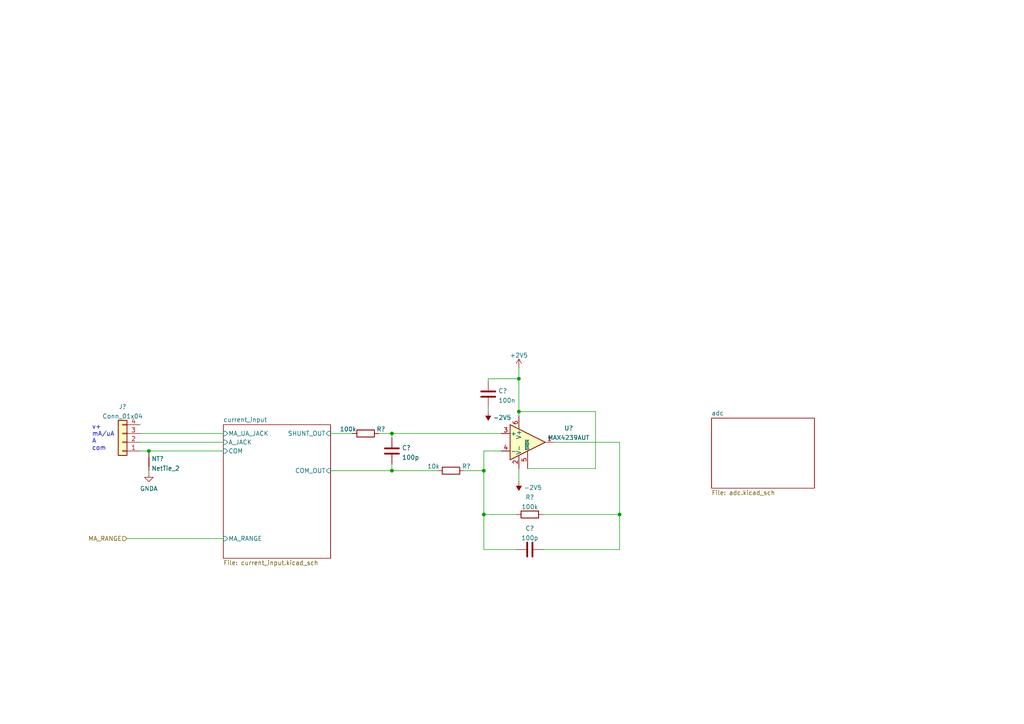
<source format=kicad_sch>
(kicad_sch (version 20211123) (generator eeschema)

  (uuid b578aa3a-e2e1-413e-8c0e-b2e9497ebeb9)

  (paper "A4")

  (lib_symbols
    (symbol "Amplifier_Operational:MAX4239AUT" (pin_names (offset 0.127)) (in_bom yes) (on_board yes)
      (property "Reference" "U" (id 0) (at 0 6.35 0)
        (effects (font (size 1.27 1.27)) (justify left))
      )
      (property "Value" "MAX4239AUT" (id 1) (at 0 3.81 0)
        (effects (font (size 1.27 1.27)) (justify left))
      )
      (property "Footprint" "Package_TO_SOT_SMD:SOT-23-6" (id 2) (at 0 0 0)
        (effects (font (size 1.27 1.27)) hide)
      )
      (property "Datasheet" "http://datasheets.maximintegrated.com/en/ds/MAX4238-MAX4239.pdf" (id 3) (at 3.81 3.81 0)
        (effects (font (size 1.27 1.27)) hide)
      )
      (property "ki_keywords" "single opamp" (id 4) (at 0 0 0)
        (effects (font (size 1.27 1.27)) hide)
      )
      (property "ki_description" "Ultra-Low Offset/Drift, Low-Noise, Precision Amplifiers, SOT-23-6" (id 5) (at 0 0 0)
        (effects (font (size 1.27 1.27)) hide)
      )
      (property "ki_fp_filters" "SOT?23*" (id 6) (at 0 0 0)
        (effects (font (size 1.27 1.27)) hide)
      )
      (symbol "MAX4239AUT_0_1"
        (polyline
          (pts
            (xy -5.08 5.08)
            (xy 5.08 0)
            (xy -5.08 -5.08)
            (xy -5.08 5.08)
          )
          (stroke (width 0.254) (type default) (color 0 0 0 0))
          (fill (type background))
        )
      )
      (symbol "MAX4239AUT_1_1"
        (pin output line (at 7.62 0 180) (length 2.54)
          (name "~" (effects (font (size 1.27 1.27))))
          (number "1" (effects (font (size 1.27 1.27))))
        )
        (pin power_in line (at -2.54 -7.62 90) (length 3.81)
          (name "V-" (effects (font (size 1.27 1.27))))
          (number "2" (effects (font (size 1.27 1.27))))
        )
        (pin input line (at -7.62 2.54 0) (length 2.54)
          (name "+" (effects (font (size 1.27 1.27))))
          (number "3" (effects (font (size 1.27 1.27))))
        )
        (pin input line (at -7.62 -2.54 0) (length 2.54)
          (name "-" (effects (font (size 1.27 1.27))))
          (number "4" (effects (font (size 1.27 1.27))))
        )
        (pin input line (at 0 -7.62 90) (length 5.08)
          (name "~{SHDN}" (effects (font (size 0.762 0.762))))
          (number "5" (effects (font (size 1.27 1.27))))
        )
        (pin power_in line (at -2.54 7.62 270) (length 3.81)
          (name "V+" (effects (font (size 1.27 1.27))))
          (number "6" (effects (font (size 1.27 1.27))))
        )
      )
    )
    (symbol "Connector_Generic:Conn_01x04" (pin_names (offset 1.016) hide) (in_bom yes) (on_board yes)
      (property "Reference" "J" (id 0) (at 0 5.08 0)
        (effects (font (size 1.27 1.27)))
      )
      (property "Value" "Conn_01x04" (id 1) (at 0 -7.62 0)
        (effects (font (size 1.27 1.27)))
      )
      (property "Footprint" "" (id 2) (at 0 0 0)
        (effects (font (size 1.27 1.27)) hide)
      )
      (property "Datasheet" "~" (id 3) (at 0 0 0)
        (effects (font (size 1.27 1.27)) hide)
      )
      (property "ki_keywords" "connector" (id 4) (at 0 0 0)
        (effects (font (size 1.27 1.27)) hide)
      )
      (property "ki_description" "Generic connector, single row, 01x04, script generated (kicad-library-utils/schlib/autogen/connector/)" (id 5) (at 0 0 0)
        (effects (font (size 1.27 1.27)) hide)
      )
      (property "ki_fp_filters" "Connector*:*_1x??_*" (id 6) (at 0 0 0)
        (effects (font (size 1.27 1.27)) hide)
      )
      (symbol "Conn_01x04_1_1"
        (rectangle (start -1.27 -4.953) (end 0 -5.207)
          (stroke (width 0.1524) (type default) (color 0 0 0 0))
          (fill (type none))
        )
        (rectangle (start -1.27 -2.413) (end 0 -2.667)
          (stroke (width 0.1524) (type default) (color 0 0 0 0))
          (fill (type none))
        )
        (rectangle (start -1.27 0.127) (end 0 -0.127)
          (stroke (width 0.1524) (type default) (color 0 0 0 0))
          (fill (type none))
        )
        (rectangle (start -1.27 2.667) (end 0 2.413)
          (stroke (width 0.1524) (type default) (color 0 0 0 0))
          (fill (type none))
        )
        (rectangle (start -1.27 3.81) (end 1.27 -6.35)
          (stroke (width 0.254) (type default) (color 0 0 0 0))
          (fill (type background))
        )
        (pin passive line (at -5.08 2.54 0) (length 3.81)
          (name "Pin_1" (effects (font (size 1.27 1.27))))
          (number "1" (effects (font (size 1.27 1.27))))
        )
        (pin passive line (at -5.08 0 0) (length 3.81)
          (name "Pin_2" (effects (font (size 1.27 1.27))))
          (number "2" (effects (font (size 1.27 1.27))))
        )
        (pin passive line (at -5.08 -2.54 0) (length 3.81)
          (name "Pin_3" (effects (font (size 1.27 1.27))))
          (number "3" (effects (font (size 1.27 1.27))))
        )
        (pin passive line (at -5.08 -5.08 0) (length 3.81)
          (name "Pin_4" (effects (font (size 1.27 1.27))))
          (number "4" (effects (font (size 1.27 1.27))))
        )
      )
    )
    (symbol "Device:C" (pin_numbers hide) (pin_names (offset 0.254)) (in_bom yes) (on_board yes)
      (property "Reference" "C" (id 0) (at 0.635 2.54 0)
        (effects (font (size 1.27 1.27)) (justify left))
      )
      (property "Value" "C" (id 1) (at 0.635 -2.54 0)
        (effects (font (size 1.27 1.27)) (justify left))
      )
      (property "Footprint" "" (id 2) (at 0.9652 -3.81 0)
        (effects (font (size 1.27 1.27)) hide)
      )
      (property "Datasheet" "~" (id 3) (at 0 0 0)
        (effects (font (size 1.27 1.27)) hide)
      )
      (property "ki_keywords" "cap capacitor" (id 4) (at 0 0 0)
        (effects (font (size 1.27 1.27)) hide)
      )
      (property "ki_description" "Unpolarized capacitor" (id 5) (at 0 0 0)
        (effects (font (size 1.27 1.27)) hide)
      )
      (property "ki_fp_filters" "C_*" (id 6) (at 0 0 0)
        (effects (font (size 1.27 1.27)) hide)
      )
      (symbol "C_0_1"
        (polyline
          (pts
            (xy -2.032 -0.762)
            (xy 2.032 -0.762)
          )
          (stroke (width 0.508) (type default) (color 0 0 0 0))
          (fill (type none))
        )
        (polyline
          (pts
            (xy -2.032 0.762)
            (xy 2.032 0.762)
          )
          (stroke (width 0.508) (type default) (color 0 0 0 0))
          (fill (type none))
        )
      )
      (symbol "C_1_1"
        (pin passive line (at 0 3.81 270) (length 2.794)
          (name "~" (effects (font (size 1.27 1.27))))
          (number "1" (effects (font (size 1.27 1.27))))
        )
        (pin passive line (at 0 -3.81 90) (length 2.794)
          (name "~" (effects (font (size 1.27 1.27))))
          (number "2" (effects (font (size 1.27 1.27))))
        )
      )
    )
    (symbol "Device:NetTie_2" (pin_numbers hide) (pin_names (offset 0) hide) (in_bom yes) (on_board yes)
      (property "Reference" "NT" (id 0) (at 0 1.27 0)
        (effects (font (size 1.27 1.27)))
      )
      (property "Value" "NetTie_2" (id 1) (at 0 -1.27 0)
        (effects (font (size 1.27 1.27)))
      )
      (property "Footprint" "" (id 2) (at 0 0 0)
        (effects (font (size 1.27 1.27)) hide)
      )
      (property "Datasheet" "~" (id 3) (at 0 0 0)
        (effects (font (size 1.27 1.27)) hide)
      )
      (property "ki_keywords" "net tie short" (id 4) (at 0 0 0)
        (effects (font (size 1.27 1.27)) hide)
      )
      (property "ki_description" "Net tie, 2 pins" (id 5) (at 0 0 0)
        (effects (font (size 1.27 1.27)) hide)
      )
      (property "ki_fp_filters" "Net*Tie*" (id 6) (at 0 0 0)
        (effects (font (size 1.27 1.27)) hide)
      )
      (symbol "NetTie_2_0_1"
        (polyline
          (pts
            (xy -1.27 0)
            (xy 1.27 0)
          )
          (stroke (width 0.254) (type default) (color 0 0 0 0))
          (fill (type none))
        )
      )
      (symbol "NetTie_2_1_1"
        (pin passive line (at -2.54 0 0) (length 2.54)
          (name "1" (effects (font (size 1.27 1.27))))
          (number "1" (effects (font (size 1.27 1.27))))
        )
        (pin passive line (at 2.54 0 180) (length 2.54)
          (name "2" (effects (font (size 1.27 1.27))))
          (number "2" (effects (font (size 1.27 1.27))))
        )
      )
    )
    (symbol "Device:R" (pin_numbers hide) (pin_names (offset 0)) (in_bom yes) (on_board yes)
      (property "Reference" "R" (id 0) (at 2.032 0 90)
        (effects (font (size 1.27 1.27)))
      )
      (property "Value" "R" (id 1) (at 0 0 90)
        (effects (font (size 1.27 1.27)))
      )
      (property "Footprint" "" (id 2) (at -1.778 0 90)
        (effects (font (size 1.27 1.27)) hide)
      )
      (property "Datasheet" "~" (id 3) (at 0 0 0)
        (effects (font (size 1.27 1.27)) hide)
      )
      (property "ki_keywords" "R res resistor" (id 4) (at 0 0 0)
        (effects (font (size 1.27 1.27)) hide)
      )
      (property "ki_description" "Resistor" (id 5) (at 0 0 0)
        (effects (font (size 1.27 1.27)) hide)
      )
      (property "ki_fp_filters" "R_*" (id 6) (at 0 0 0)
        (effects (font (size 1.27 1.27)) hide)
      )
      (symbol "R_0_1"
        (rectangle (start -1.016 -2.54) (end 1.016 2.54)
          (stroke (width 0.254) (type default) (color 0 0 0 0))
          (fill (type none))
        )
      )
      (symbol "R_1_1"
        (pin passive line (at 0 3.81 270) (length 1.27)
          (name "~" (effects (font (size 1.27 1.27))))
          (number "1" (effects (font (size 1.27 1.27))))
        )
        (pin passive line (at 0 -3.81 90) (length 1.27)
          (name "~" (effects (font (size 1.27 1.27))))
          (number "2" (effects (font (size 1.27 1.27))))
        )
      )
    )
    (symbol "power:+2V5" (power) (pin_names (offset 0)) (in_bom yes) (on_board yes)
      (property "Reference" "#PWR" (id 0) (at 0 -3.81 0)
        (effects (font (size 1.27 1.27)) hide)
      )
      (property "Value" "+2V5" (id 1) (at 0 3.556 0)
        (effects (font (size 1.27 1.27)))
      )
      (property "Footprint" "" (id 2) (at 0 0 0)
        (effects (font (size 1.27 1.27)) hide)
      )
      (property "Datasheet" "" (id 3) (at 0 0 0)
        (effects (font (size 1.27 1.27)) hide)
      )
      (property "ki_keywords" "power-flag" (id 4) (at 0 0 0)
        (effects (font (size 1.27 1.27)) hide)
      )
      (property "ki_description" "Power symbol creates a global label with name \"+2V5\"" (id 5) (at 0 0 0)
        (effects (font (size 1.27 1.27)) hide)
      )
      (symbol "+2V5_0_1"
        (polyline
          (pts
            (xy -0.762 1.27)
            (xy 0 2.54)
          )
          (stroke (width 0) (type default) (color 0 0 0 0))
          (fill (type none))
        )
        (polyline
          (pts
            (xy 0 0)
            (xy 0 2.54)
          )
          (stroke (width 0) (type default) (color 0 0 0 0))
          (fill (type none))
        )
        (polyline
          (pts
            (xy 0 2.54)
            (xy 0.762 1.27)
          )
          (stroke (width 0) (type default) (color 0 0 0 0))
          (fill (type none))
        )
      )
      (symbol "+2V5_1_1"
        (pin power_in line (at 0 0 90) (length 0) hide
          (name "+2V5" (effects (font (size 1.27 1.27))))
          (number "1" (effects (font (size 1.27 1.27))))
        )
      )
    )
    (symbol "power:-2V5" (power) (pin_names (offset 0)) (in_bom yes) (on_board yes)
      (property "Reference" "#PWR" (id 0) (at 0 2.54 0)
        (effects (font (size 1.27 1.27)) hide)
      )
      (property "Value" "-2V5" (id 1) (at 0 3.81 0)
        (effects (font (size 1.27 1.27)))
      )
      (property "Footprint" "" (id 2) (at 0 0 0)
        (effects (font (size 1.27 1.27)) hide)
      )
      (property "Datasheet" "" (id 3) (at 0 0 0)
        (effects (font (size 1.27 1.27)) hide)
      )
      (property "ki_keywords" "power-flag" (id 4) (at 0 0 0)
        (effects (font (size 1.27 1.27)) hide)
      )
      (property "ki_description" "Power symbol creates a global label with name \"-2V5\"" (id 5) (at 0 0 0)
        (effects (font (size 1.27 1.27)) hide)
      )
      (symbol "-2V5_0_0"
        (pin power_in line (at 0 0 90) (length 0) hide
          (name "-2V5" (effects (font (size 1.27 1.27))))
          (number "1" (effects (font (size 1.27 1.27))))
        )
      )
      (symbol "-2V5_0_1"
        (polyline
          (pts
            (xy 0 0)
            (xy 0 1.27)
            (xy 0.762 1.27)
            (xy 0 2.54)
            (xy -0.762 1.27)
            (xy 0 1.27)
          )
          (stroke (width 0) (type default) (color 0 0 0 0))
          (fill (type outline))
        )
      )
    )
    (symbol "power:GNDA" (power) (pin_names (offset 0)) (in_bom yes) (on_board yes)
      (property "Reference" "#PWR" (id 0) (at 0 -6.35 0)
        (effects (font (size 1.27 1.27)) hide)
      )
      (property "Value" "GNDA" (id 1) (at 0 -3.81 0)
        (effects (font (size 1.27 1.27)))
      )
      (property "Footprint" "" (id 2) (at 0 0 0)
        (effects (font (size 1.27 1.27)) hide)
      )
      (property "Datasheet" "" (id 3) (at 0 0 0)
        (effects (font (size 1.27 1.27)) hide)
      )
      (property "ki_keywords" "power-flag" (id 4) (at 0 0 0)
        (effects (font (size 1.27 1.27)) hide)
      )
      (property "ki_description" "Power symbol creates a global label with name \"GNDA\" , analog ground" (id 5) (at 0 0 0)
        (effects (font (size 1.27 1.27)) hide)
      )
      (symbol "GNDA_0_1"
        (polyline
          (pts
            (xy 0 0)
            (xy 0 -1.27)
            (xy 1.27 -1.27)
            (xy 0 -2.54)
            (xy -1.27 -1.27)
            (xy 0 -1.27)
          )
          (stroke (width 0) (type default) (color 0 0 0 0))
          (fill (type none))
        )
      )
      (symbol "GNDA_1_1"
        (pin power_in line (at 0 0 270) (length 0) hide
          (name "GNDA" (effects (font (size 1.27 1.27))))
          (number "1" (effects (font (size 1.27 1.27))))
        )
      )
    )
  )

  (junction (at 43.18 130.81) (diameter 0) (color 0 0 0 0)
    (uuid 447e0838-725c-42ed-aaf0-412cbc9af87c)
  )
  (junction (at 113.665 136.525) (diameter 0) (color 0 0 0 0)
    (uuid 47ae6a41-c9b8-4667-b5c8-5ac44bac57b2)
  )
  (junction (at 179.705 149.225) (diameter 0) (color 0 0 0 0)
    (uuid 65a1f0c3-9748-4ca0-a2eb-1fa126a3b1ae)
  )
  (junction (at 113.665 125.73) (diameter 0) (color 0 0 0 0)
    (uuid 9f304780-b097-4ecf-9e89-7874f129d455)
  )
  (junction (at 150.495 119.38) (diameter 0) (color 0 0 0 0)
    (uuid cf277469-4bf5-40f6-84bb-1d06b9f9108c)
  )
  (junction (at 140.335 149.225) (diameter 0) (color 0 0 0 0)
    (uuid fa80c391-0333-44a7-9442-78f2983b58f9)
  )
  (junction (at 140.335 136.525) (diameter 0) (color 0 0 0 0)
    (uuid fd8553a3-c09a-4321-abfa-75548beb1db4)
  )
  (junction (at 150.495 109.855) (diameter 0) (color 0 0 0 0)
    (uuid fd92d47c-61b5-4836-abd7-cdb77866ff92)
  )

  (wire (pts (xy 153.035 135.89) (xy 172.72 135.89))
    (stroke (width 0) (type default) (color 0 0 0 0))
    (uuid 023aae08-ae57-4ece-8664-cad29156f9fd)
  )
  (wire (pts (xy 179.705 149.225) (xy 157.48 149.225))
    (stroke (width 0) (type default) (color 0 0 0 0))
    (uuid 02f18971-f76f-44ea-a8f9-6ba1977e6b12)
  )
  (wire (pts (xy 149.86 149.225) (xy 140.335 149.225))
    (stroke (width 0) (type default) (color 0 0 0 0))
    (uuid 0460eeea-bdcc-4171-be90-3fc5a4245b50)
  )
  (wire (pts (xy 150.495 109.855) (xy 150.495 119.38))
    (stroke (width 0) (type default) (color 0 0 0 0))
    (uuid 047292a7-66ff-49db-9b25-a919f3825b0e)
  )
  (wire (pts (xy 149.86 159.385) (xy 140.335 159.385))
    (stroke (width 0) (type default) (color 0 0 0 0))
    (uuid 0591597c-0730-4634-8f17-d5634b24885a)
  )
  (wire (pts (xy 43.18 136.525) (xy 43.18 137.16))
    (stroke (width 0) (type default) (color 0 0 0 0))
    (uuid 1451c942-b828-4421-83c9-1d00ee1fac04)
  )
  (wire (pts (xy 102.235 125.73) (xy 95.885 125.73))
    (stroke (width 0) (type default) (color 0 0 0 0))
    (uuid 450d132d-a774-4fae-a247-cc33b01d7b9b)
  )
  (wire (pts (xy 43.18 131.445) (xy 43.18 130.81))
    (stroke (width 0) (type default) (color 0 0 0 0))
    (uuid 45c27a87-4da1-402a-9432-e9cd51cdc02d)
  )
  (wire (pts (xy 113.665 125.73) (xy 113.665 127))
    (stroke (width 0) (type default) (color 0 0 0 0))
    (uuid 4fd025ae-bd28-4215-88a7-6854fbdb9bd8)
  )
  (wire (pts (xy 172.72 119.38) (xy 150.495 119.38))
    (stroke (width 0) (type default) (color 0 0 0 0))
    (uuid 50ae507f-6c0d-42ef-a78d-27bf3c9322dd)
  )
  (wire (pts (xy 140.335 130.81) (xy 140.335 136.525))
    (stroke (width 0) (type default) (color 0 0 0 0))
    (uuid 548174fc-a835-4b94-8208-f93f6536c2af)
  )
  (wire (pts (xy 179.705 149.225) (xy 179.705 159.385))
    (stroke (width 0) (type default) (color 0 0 0 0))
    (uuid 5a27a948-93a5-4148-954a-b0935eac24f7)
  )
  (wire (pts (xy 150.495 135.89) (xy 150.495 139.7))
    (stroke (width 0) (type default) (color 0 0 0 0))
    (uuid 629949bd-00fa-439d-a2c2-2d3830d66639)
  )
  (wire (pts (xy 140.335 149.225) (xy 140.335 159.385))
    (stroke (width 0) (type default) (color 0 0 0 0))
    (uuid 66f1d32a-e4fc-447e-b533-a70dade98ef8)
  )
  (wire (pts (xy 40.64 130.81) (xy 43.18 130.81))
    (stroke (width 0) (type default) (color 0 0 0 0))
    (uuid 67638fc0-9aa1-40af-b738-617ebdbcfd9c)
  )
  (wire (pts (xy 43.18 130.81) (xy 64.77 130.81))
    (stroke (width 0) (type default) (color 0 0 0 0))
    (uuid 6b52a914-a542-4b2b-8e0d-db2ad515218f)
  )
  (wire (pts (xy 36.83 156.21) (xy 64.77 156.21))
    (stroke (width 0) (type default) (color 0 0 0 0))
    (uuid 7096507a-8e9b-4ee6-ad83-c9ccbee8714a)
  )
  (wire (pts (xy 141.605 109.855) (xy 150.495 109.855))
    (stroke (width 0) (type default) (color 0 0 0 0))
    (uuid 83893173-793b-43ed-85ea-5d9667e21f48)
  )
  (wire (pts (xy 140.335 130.81) (xy 145.415 130.81))
    (stroke (width 0) (type default) (color 0 0 0 0))
    (uuid 86730f03-5605-4167-907e-40bcfacda436)
  )
  (wire (pts (xy 113.665 134.62) (xy 113.665 136.525))
    (stroke (width 0) (type default) (color 0 0 0 0))
    (uuid 88164e17-33b1-4598-8678-47ebd498d624)
  )
  (wire (pts (xy 141.605 110.49) (xy 141.605 109.855))
    (stroke (width 0) (type default) (color 0 0 0 0))
    (uuid 90222828-6a2a-4544-9ef8-d3825f6a805f)
  )
  (wire (pts (xy 40.64 128.27) (xy 64.77 128.27))
    (stroke (width 0) (type default) (color 0 0 0 0))
    (uuid bd94f186-070f-4d03-b670-986d3ccd5e77)
  )
  (wire (pts (xy 150.495 119.38) (xy 150.495 120.65))
    (stroke (width 0) (type default) (color 0 0 0 0))
    (uuid c00674b6-f006-4fbf-9ccc-817afc5784ab)
  )
  (wire (pts (xy 141.605 119.38) (xy 141.605 118.11))
    (stroke (width 0) (type default) (color 0 0 0 0))
    (uuid c87ebf6c-f20d-4767-abdc-c1f92d53f2e4)
  )
  (wire (pts (xy 140.335 136.525) (xy 140.335 149.225))
    (stroke (width 0) (type default) (color 0 0 0 0))
    (uuid ca84306e-664c-4062-9d38-6e51d4a314f9)
  )
  (wire (pts (xy 157.48 159.385) (xy 179.705 159.385))
    (stroke (width 0) (type default) (color 0 0 0 0))
    (uuid cc360723-f442-42af-83ad-db644b157d4e)
  )
  (wire (pts (xy 179.705 128.27) (xy 179.705 149.225))
    (stroke (width 0) (type default) (color 0 0 0 0))
    (uuid cd7dcb92-7961-4543-af24-a538e46739f7)
  )
  (wire (pts (xy 160.655 128.27) (xy 179.705 128.27))
    (stroke (width 0) (type default) (color 0 0 0 0))
    (uuid d1f174fe-a19e-485a-9ff6-832f3ca08f22)
  )
  (wire (pts (xy 113.665 136.525) (xy 127 136.525))
    (stroke (width 0) (type default) (color 0 0 0 0))
    (uuid da8c604d-8a2c-4326-bdd9-ee6a9ec0197f)
  )
  (wire (pts (xy 150.495 106.68) (xy 150.495 109.855))
    (stroke (width 0) (type default) (color 0 0 0 0))
    (uuid de259ffa-59cd-469e-b575-5591576e5458)
  )
  (wire (pts (xy 109.855 125.73) (xy 113.665 125.73))
    (stroke (width 0) (type default) (color 0 0 0 0))
    (uuid df071a43-d2aa-4c87-aea6-b1d5dbfed0a4)
  )
  (wire (pts (xy 113.665 125.73) (xy 145.415 125.73))
    (stroke (width 0) (type default) (color 0 0 0 0))
    (uuid e7a1ea15-0bf4-4d18-a7ad-97a54f3423d1)
  )
  (wire (pts (xy 134.62 136.525) (xy 140.335 136.525))
    (stroke (width 0) (type default) (color 0 0 0 0))
    (uuid e8860d00-3cd9-47e8-97b1-a4578e00d2a4)
  )
  (wire (pts (xy 40.64 125.73) (xy 64.77 125.73))
    (stroke (width 0) (type default) (color 0 0 0 0))
    (uuid ea899be6-d63e-4bb1-93f7-e918c9bf3612)
  )
  (wire (pts (xy 95.885 136.525) (xy 113.665 136.525))
    (stroke (width 0) (type default) (color 0 0 0 0))
    (uuid f860c63e-3bb0-47fa-8121-1f820e0930d7)
  )
  (wire (pts (xy 172.72 135.89) (xy 172.72 119.38))
    (stroke (width 0) (type default) (color 0 0 0 0))
    (uuid fcb8510e-56ce-4b78-9710-92b93e4f3df6)
  )

  (text "v+\nmA/uA\nA\ncom" (at 26.67 130.81 0)
    (effects (font (size 1.27 1.27)) (justify left bottom))
    (uuid 9821d2fc-5053-4e47-a08f-7859dc569fed)
  )

  (hierarchical_label "MA_RANGE" (shape input) (at 36.83 156.21 180)
    (effects (font (size 1.27 1.27)) (justify right))
    (uuid fa44adcb-5cd6-4178-9d3b-b3827c0212e9)
  )

  (symbol (lib_id "Device:C") (at 113.665 130.81 180) (unit 1)
    (in_bom yes) (on_board yes) (fields_autoplaced)
    (uuid 032375d6-cbc1-42d6-8929-5a280cf0eff3)
    (property "Reference" "C?" (id 0) (at 116.586 129.9015 0)
      (effects (font (size 1.27 1.27)) (justify right))
    )
    (property "Value" "100p" (id 1) (at 116.586 132.6766 0)
      (effects (font (size 1.27 1.27)) (justify right))
    )
    (property "Footprint" "" (id 2) (at 112.6998 127 0)
      (effects (font (size 1.27 1.27)) hide)
    )
    (property "Datasheet" "~" (id 3) (at 113.665 130.81 0)
      (effects (font (size 1.27 1.27)) hide)
    )
    (pin "1" (uuid 579c964d-5d99-4b14-9246-604763ec69c4))
    (pin "2" (uuid 6ccf617b-6fc8-45af-a9c0-206a4eb8c597))
  )

  (symbol (lib_id "Device:R") (at 130.81 136.525 270) (unit 1)
    (in_bom yes) (on_board yes)
    (uuid 179d5ce2-3393-4825-ad88-672230ee31ac)
    (property "Reference" "R?" (id 0) (at 135.255 135.255 90))
    (property "Value" "10k" (id 1) (at 125.73 135.255 90))
    (property "Footprint" "" (id 2) (at 130.81 134.747 90)
      (effects (font (size 1.27 1.27)) hide)
    )
    (property "Datasheet" "~" (id 3) (at 130.81 136.525 0)
      (effects (font (size 1.27 1.27)) hide)
    )
    (pin "1" (uuid 2ae60f09-8400-45f2-be40-d0a41b735993))
    (pin "2" (uuid 65874e82-e4a5-4e7c-89c3-1cb9c30fb2af))
  )

  (symbol (lib_id "power:-2V5") (at 141.605 119.38 180) (unit 1)
    (in_bom yes) (on_board yes) (fields_autoplaced)
    (uuid 1ad55749-0f90-4694-89a5-42acdeee6c2c)
    (property "Reference" "#PWR?" (id 0) (at 141.605 121.92 0)
      (effects (font (size 1.27 1.27)) hide)
    )
    (property "Value" "-2V5" (id 1) (at 143.002 121.129 0)
      (effects (font (size 1.27 1.27)) (justify right))
    )
    (property "Footprint" "" (id 2) (at 141.605 119.38 0)
      (effects (font (size 1.27 1.27)) hide)
    )
    (property "Datasheet" "" (id 3) (at 141.605 119.38 0)
      (effects (font (size 1.27 1.27)) hide)
    )
    (pin "1" (uuid e1cb1200-2389-4a2c-85d8-612f9374291d))
  )

  (symbol (lib_id "power:-2V5") (at 150.495 139.7 180) (unit 1)
    (in_bom yes) (on_board yes) (fields_autoplaced)
    (uuid 4f0672aa-4e64-457e-82d7-55b22c0b7e49)
    (property "Reference" "#PWR?" (id 0) (at 150.495 142.24 0)
      (effects (font (size 1.27 1.27)) hide)
    )
    (property "Value" "-2V5" (id 1) (at 151.892 141.449 0)
      (effects (font (size 1.27 1.27)) (justify right))
    )
    (property "Footprint" "" (id 2) (at 150.495 139.7 0)
      (effects (font (size 1.27 1.27)) hide)
    )
    (property "Datasheet" "" (id 3) (at 150.495 139.7 0)
      (effects (font (size 1.27 1.27)) hide)
    )
    (pin "1" (uuid b5481878-2b2b-490d-b2fe-10e348ab174a))
  )

  (symbol (lib_id "Device:C") (at 153.67 159.385 90) (unit 1)
    (in_bom yes) (on_board yes) (fields_autoplaced)
    (uuid 52869c51-996a-4be3-9d21-29a94726c292)
    (property "Reference" "C?" (id 0) (at 153.67 153.2595 90))
    (property "Value" "100p" (id 1) (at 153.67 156.0346 90))
    (property "Footprint" "" (id 2) (at 157.48 158.4198 0)
      (effects (font (size 1.27 1.27)) hide)
    )
    (property "Datasheet" "~" (id 3) (at 153.67 159.385 0)
      (effects (font (size 1.27 1.27)) hide)
    )
    (pin "1" (uuid b1bc57a6-efba-456d-98a6-7605d81ec4b2))
    (pin "2" (uuid 1cb5a89a-399c-42ef-a0d1-6e812c5850b8))
  )

  (symbol (lib_id "power:GNDA") (at 43.18 137.16 0) (unit 1)
    (in_bom yes) (on_board yes) (fields_autoplaced)
    (uuid 7d26e428-ae74-4c5c-9e9a-e2b39c5635fa)
    (property "Reference" "#PWR?" (id 0) (at 43.18 143.51 0)
      (effects (font (size 1.27 1.27)) hide)
    )
    (property "Value" "GNDA" (id 1) (at 43.18 141.7225 0))
    (property "Footprint" "" (id 2) (at 43.18 137.16 0)
      (effects (font (size 1.27 1.27)) hide)
    )
    (property "Datasheet" "" (id 3) (at 43.18 137.16 0)
      (effects (font (size 1.27 1.27)) hide)
    )
    (pin "1" (uuid d886a6e7-58b3-45e3-90f1-1f5d0cd03c1c))
  )

  (symbol (lib_id "Device:NetTie_2") (at 43.18 133.985 270) (unit 1)
    (in_bom yes) (on_board yes) (fields_autoplaced)
    (uuid 8cd6cc3f-25ef-45c6-9021-ab5d3888f135)
    (property "Reference" "NT?" (id 0) (at 43.942 133.0765 90)
      (effects (font (size 1.27 1.27)) (justify left))
    )
    (property "Value" "NetTie_2" (id 1) (at 43.942 135.8516 90)
      (effects (font (size 1.27 1.27)) (justify left))
    )
    (property "Footprint" "" (id 2) (at 43.18 133.985 0)
      (effects (font (size 1.27 1.27)) hide)
    )
    (property "Datasheet" "~" (id 3) (at 43.18 133.985 0)
      (effects (font (size 1.27 1.27)) hide)
    )
    (pin "1" (uuid 2bba1919-2262-44a6-90f8-7dcdebb2789e))
    (pin "2" (uuid 9f6fbe0f-0bde-43fb-86a9-01eb93e3c0ba))
  )

  (symbol (lib_id "power:+2V5") (at 150.495 106.68 0) (unit 1)
    (in_bom yes) (on_board yes) (fields_autoplaced)
    (uuid a0511634-26c5-4d29-aaa5-344d78f56a37)
    (property "Reference" "#PWR?" (id 0) (at 150.495 110.49 0)
      (effects (font (size 1.27 1.27)) hide)
    )
    (property "Value" "+2V5" (id 1) (at 150.495 103.0755 0))
    (property "Footprint" "" (id 2) (at 150.495 106.68 0)
      (effects (font (size 1.27 1.27)) hide)
    )
    (property "Datasheet" "" (id 3) (at 150.495 106.68 0)
      (effects (font (size 1.27 1.27)) hide)
    )
    (pin "1" (uuid 7ef4b157-81d5-4c54-8cb7-ce210e1050c2))
  )

  (symbol (lib_id "Connector_Generic:Conn_01x04") (at 35.56 128.27 180) (unit 1)
    (in_bom yes) (on_board yes) (fields_autoplaced)
    (uuid a4af2cd7-b1bd-4582-a0c4-dc7bbe7c3a71)
    (property "Reference" "J?" (id 0) (at 35.56 117.9535 0))
    (property "Value" "Conn_01x04" (id 1) (at 35.56 120.7286 0))
    (property "Footprint" "" (id 2) (at 35.56 128.27 0)
      (effects (font (size 1.27 1.27)) hide)
    )
    (property "Datasheet" "~" (id 3) (at 35.56 128.27 0)
      (effects (font (size 1.27 1.27)) hide)
    )
    (pin "1" (uuid 43c1b881-4c7d-4e78-b9bb-24107f0a191f))
    (pin "2" (uuid 39a10fc8-631b-4d65-a8b5-e458bc57a7ce))
    (pin "3" (uuid f30cd833-a9f5-441e-a42d-7da07b2369fe))
    (pin "4" (uuid c1e61bea-6019-4911-ad4e-e02c6c82e1cb))
  )

  (symbol (lib_id "Device:R") (at 106.045 125.73 270) (unit 1)
    (in_bom yes) (on_board yes)
    (uuid b58e8270-3520-4701-a7b2-db1568c025c5)
    (property "Reference" "R?" (id 0) (at 110.49 124.46 90))
    (property "Value" "100k" (id 1) (at 100.965 124.46 90))
    (property "Footprint" "" (id 2) (at 106.045 123.952 90)
      (effects (font (size 1.27 1.27)) hide)
    )
    (property "Datasheet" "~" (id 3) (at 106.045 125.73 0)
      (effects (font (size 1.27 1.27)) hide)
    )
    (pin "1" (uuid 913f38da-9bbc-4bed-8f0c-e9d635df2f1e))
    (pin "2" (uuid 40e217af-1ac1-49d0-871b-0a83347cbdb0))
  )

  (symbol (lib_id "Device:C") (at 141.605 114.3 0) (unit 1)
    (in_bom yes) (on_board yes) (fields_autoplaced)
    (uuid be05bdfa-3ee3-408f-8af6-eca7665af9f7)
    (property "Reference" "C?" (id 0) (at 144.526 113.3915 0)
      (effects (font (size 1.27 1.27)) (justify left))
    )
    (property "Value" "100n" (id 1) (at 144.526 116.1666 0)
      (effects (font (size 1.27 1.27)) (justify left))
    )
    (property "Footprint" "Capacitor_SMD:C_0603_1608Metric_Pad1.08x0.95mm_HandSolder" (id 2) (at 142.5702 118.11 0)
      (effects (font (size 1.27 1.27)) hide)
    )
    (property "Datasheet" "~" (id 3) (at 141.605 114.3 0)
      (effects (font (size 1.27 1.27)) hide)
    )
    (pin "1" (uuid 0abcd8f2-fe20-4b12-83aa-1f0b6ef649a3))
    (pin "2" (uuid 05dbe132-cc03-49b0-9a09-ff6cff2995ca))
  )

  (symbol (lib_id "Device:R") (at 153.67 149.225 270) (unit 1)
    (in_bom yes) (on_board yes) (fields_autoplaced)
    (uuid d3f9dea2-b2f2-4477-806e-8a00b02f2ed1)
    (property "Reference" "R?" (id 0) (at 153.67 144.2425 90))
    (property "Value" "100k" (id 1) (at 153.67 147.0176 90))
    (property "Footprint" "" (id 2) (at 153.67 147.447 90)
      (effects (font (size 1.27 1.27)) hide)
    )
    (property "Datasheet" "~" (id 3) (at 153.67 149.225 0)
      (effects (font (size 1.27 1.27)) hide)
    )
    (pin "1" (uuid 9d9fa1c9-8f7c-489d-b928-ce7a72030c60))
    (pin "2" (uuid 843d154a-d559-42de-bca2-e2e3fe812946))
  )

  (symbol (lib_id "Amplifier_Operational:MAX4239AUT") (at 153.035 128.27 0) (unit 1)
    (in_bom yes) (on_board yes) (fields_autoplaced)
    (uuid dfad1a44-dfe3-49b9-884d-77218a5dcb3d)
    (property "Reference" "U?" (id 0) (at 164.9435 124.1765 0))
    (property "Value" "MAX4239AUT" (id 1) (at 164.9435 126.9516 0))
    (property "Footprint" "Package_TO_SOT_SMD:SOT-23-6" (id 2) (at 153.035 128.27 0)
      (effects (font (size 1.27 1.27)) hide)
    )
    (property "Datasheet" "http://datasheets.maximintegrated.com/en/ds/MAX4238-MAX4239.pdf" (id 3) (at 156.845 124.46 0)
      (effects (font (size 1.27 1.27)) hide)
    )
    (pin "1" (uuid 55e2c3cb-7f20-4485-ad3b-1197a660a113))
    (pin "2" (uuid 145b90f0-1a98-47dd-86b6-f11ca32beb01))
    (pin "3" (uuid f6d795cc-1c68-40e7-b2c5-281493ed8e13))
    (pin "4" (uuid d78c46ad-3e7e-4282-be7c-362fe43ce0d4))
    (pin "5" (uuid 5716f9f6-9802-47a8-babd-db5217721060))
    (pin "6" (uuid c602df2c-708c-417a-b47a-e2cb882927dc))
  )

  (sheet (at 64.77 123.19) (size 31.115 38.735) (fields_autoplaced)
    (stroke (width 0.1524) (type solid) (color 0 0 0 0))
    (fill (color 0 0 0 0.0000))
    (uuid af8e0afb-557a-4f80-ac23-e44bca8fa829)
    (property "Sheet name" "current_input" (id 0) (at 64.77 122.4784 0)
      (effects (font (size 1.27 1.27)) (justify left bottom))
    )
    (property "Sheet file" "current_input.kicad_sch" (id 1) (at 64.77 162.5096 0)
      (effects (font (size 1.27 1.27)) (justify left top))
    )
    (pin "MA_UA_JACK" input (at 64.77 125.73 180)
      (effects (font (size 1.27 1.27)) (justify left))
      (uuid e8474a30-4ef5-45a8-ad00-e99f70751f03)
    )
    (pin "COM" input (at 64.77 130.81 180)
      (effects (font (size 1.27 1.27)) (justify left))
      (uuid 72217654-4d6e-43ee-b7fc-9f2ea3e17971)
    )
    (pin "A_JACK" input (at 64.77 128.27 180)
      (effects (font (size 1.27 1.27)) (justify left))
      (uuid 0f4059ed-a79c-4f84-a252-3b1e85505598)
    )
    (pin "COM_OUT" input (at 95.885 136.525 0)
      (effects (font (size 1.27 1.27)) (justify right))
      (uuid 8e13dacb-3099-496a-88ed-26dbbe0597ea)
    )
    (pin "MA_RANGE" input (at 64.77 156.21 180)
      (effects (font (size 1.27 1.27)) (justify left))
      (uuid 75f095a3-0b58-4c48-9b2c-cb6ab5c12a73)
    )
    (pin "SHUNT_OUT" input (at 95.885 125.73 0)
      (effects (font (size 1.27 1.27)) (justify right))
      (uuid 4158b9eb-949c-4213-acaf-cead7e165cd3)
    )
  )

  (sheet (at 206.375 121.285) (size 29.845 20.32) (fields_autoplaced)
    (stroke (width 0.1524) (type solid) (color 0 0 0 0))
    (fill (color 0 0 0 0.0000))
    (uuid ca4af506-f797-4343-97f8-adec8f98eed8)
    (property "Sheet name" "adc" (id 0) (at 206.375 120.5734 0)
      (effects (font (size 1.27 1.27)) (justify left bottom))
    )
    (property "Sheet file" "adc.kicad_sch" (id 1) (at 206.375 142.1896 0)
      (effects (font (size 1.27 1.27)) (justify left top))
    )
  )
)

</source>
